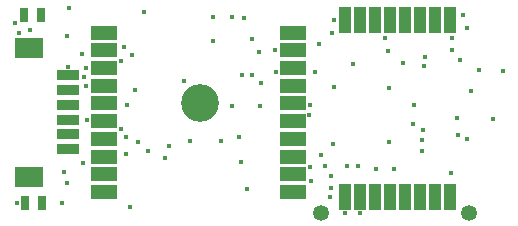
<source format=gts>
G04 ================== begin FILE IDENTIFICATION RECORD ==================*
G04 Layout Name:  transponderRC2_4-10.brd*
G04 Film Name:    Soldermask_top*
G04 File Format:  Gerber RS274X*
G04 File Origin:  Cadence Allegro 17.2-S042*
G04 Origin Date:  Fri Nov 23 21:07:11 2018*
G04 *
G04 Layer:  PACKAGE GEOMETRY/SOLDERMASK_TOP*
G04 Layer:  BOARD GEOMETRY/SOLDERMASK_TOP*
G04 Layer:  PIN/SOLDERMASK_TOP*
G04 Layer:  VIA CLASS/SOLDERMASK_TOP*
G04 *
G04 Offset:    (0.0000 0.0000)*
G04 Mirror:    No*
G04 Mode:      Positive*
G04 Rotation:  0*
G04 FullContactRelief:  No*
G04 UndefLineWidth:     0.1500*
G04 ================== end FILE IDENTIFICATION RECORD ====================*
%FSAX55Y55*MOMM*%
%IR0*IPPOS*OFA0.00000B0.00000*MIA0B0*SFA1.00000B1.00000*%
%ADD10R,.8X1.2*%
%ADD11C,.45*%
%ADD13R,1.95X.85*%
%ADD17R,1.1X2.2*%
%ADD14R,2.2X1.2*%
%ADD15C,3.2*%
%ADD16C,1.35*%
%ADD12R,2.35X1.75*%
%LPD*%
G75*
G54D10*
X0000195000Y0000230000D03*
X0000190000Y0001820000D03*
X0000335000Y0000230000D03*
X0000330000Y0001820000D03*
G54D11*
X0000125000Y0000230000D03*
X0000235000Y0001700000D03*
X0000145000Y0001667500D03*
X0000110000Y0001755000D03*
X0000510000Y0000230000D03*
X0000553980Y0000403980D03*
X0000525000Y0000495000D03*
X0000555000Y0001382500D03*
X0000550000Y0001645000D03*
X0000565000Y0001880000D03*
X0000690000Y0000568440D03*
X0000720000Y0000937500D03*
X0000711770Y0001219810D03*
X0000693950Y0001297810D03*
X0000715000Y0001375000D03*
X0000675000Y0001495000D03*
X0001085000Y0000195000D03*
X0001052500Y0000645000D03*
X0001240000Y0000675000D03*
X0001155000Y0000750000D03*
X0001005000Y0000860000D03*
X0001050000Y0000790000D03*
X0001130000Y0001185000D03*
X0001060000Y0001060000D03*
X0001030000Y0001550000D03*
X0001100000Y0001485000D03*
X0001005000Y0001435000D03*
X0001205000Y0001845000D03*
X0001380000Y0000610000D03*
X0001590000Y0000760000D03*
X0001412500Y0000717500D03*
X0001545000Y0001265000D03*
X0002021020Y0000581020D03*
X0001852500Y0000760000D03*
X0002008060Y0000788060D03*
X0001950000Y0001050000D03*
X0001782500Y0001602500D03*
X0001950000Y0001810000D03*
X0001785000Y0001810000D03*
X0002076020Y0000351020D03*
X0002185000Y0001050000D03*
X0002195000Y0001245000D03*
X0002320000Y0001340000D03*
X0002310000Y0001525000D03*
X0002030000Y0001317500D03*
X0002115000Y0001315000D03*
X0002115000Y0001620000D03*
X0002180000Y0001510000D03*
X0002045000Y0001795000D03*
X0002610000Y0000540000D03*
X0002615000Y0000420000D03*
X0002700000Y0000640000D03*
X0002600000Y0000980000D03*
X0002605700Y0001059800D03*
X0002650220Y0001342230D03*
X0002680000Y0001575000D03*
X0003032000Y0000150000D03*
X0002902500Y0000145000D03*
X0002777890Y0000281570D03*
X0002736090Y0000541090D03*
X0002786470Y0000361110D03*
X0002785680Y0000458710D03*
X0003010000Y0000545000D03*
X0002925000Y0000547500D03*
X0002805000Y0000735000D03*
X0002810000Y0001210000D03*
X0002974230Y0001409490D03*
X0002795000Y0001670000D03*
X0002815000Y0001785000D03*
X0003167500Y0000517500D03*
X0003321340Y0000517500D03*
X0003275000Y0000745000D03*
X0003275000Y0001205000D03*
X0003245000Y0001625000D03*
X0003265000Y0001515000D03*
X0003392500Y0001420000D03*
X0003476410Y0000898590D03*
X0003558630Y0000767780D03*
X0003555000Y0000670000D03*
X0003563530Y0000847640D03*
X0003491500Y0001060000D03*
X0003580000Y0001470000D03*
X0003568850Y0001390780D03*
X0003805000Y0000485000D03*
X0003855000Y0000950000D03*
X0003860000Y0000810000D03*
X0003940000Y0000775000D03*
X0003975000Y0001180000D03*
X0004040000Y0001360000D03*
X0003810000Y0001625000D03*
X0003810000Y0001525000D03*
X0003880000Y0001445000D03*
X0003935000Y0001710000D03*
X0003900000Y0001825000D03*
X0004160000Y0000940000D03*
X0004240000Y0001350000D03*
G54D12*
X0000225000Y0000452500D03*
X0000225000Y0001547500D03*
G54D13*
X0000555000Y0000937500D03*
X0000555000Y0000812500D03*
X0000555000Y0000687500D03*
X0000555000Y0001312500D03*
X0000555000Y0001187500D03*
X0000555000Y0001062500D03*
G54D14*
X0000860000Y0000325000D03*
X0000860000Y0000475000D03*
X0000860000Y0000625000D03*
X0000860000Y0000775000D03*
X0000860000Y0000925000D03*
X0000860000Y0001075000D03*
X0000860000Y0001225000D03*
X0000860000Y0001375000D03*
X0000860000Y0001525000D03*
X0000860000Y0001675000D03*
X0002460000Y0000625000D03*
X0002460000Y0000475000D03*
X0002460000Y0000325000D03*
X0002460000Y0000925000D03*
X0002460000Y0000775000D03*
X0002460000Y0001225000D03*
X0002460000Y0001075000D03*
X0002460000Y0001675000D03*
X0002460000Y0001525000D03*
X0002460000Y0001375000D03*
G54D15*
X0001680000Y0001080000D03*
G54D16*
X0002700000Y0000150000D03*
X0003955000Y0000150000D03*
G54D17*
X0003031000Y0000285000D03*
X0002904000Y0000285000D03*
X0002904000Y0001785000D03*
X0003031000Y0001785000D03*
X0003412000Y0000285000D03*
X0003285000Y0000285000D03*
X0003158000Y0000285000D03*
X0003158000Y0001785000D03*
X0003285000Y0001785000D03*
X0003412000Y0001785000D03*
X0003666000Y0000285000D03*
X0003539000Y0000285000D03*
X0003539000Y0001785000D03*
X0003666000Y0001785000D03*
X0003793000Y0000285000D03*
X0003793000Y0001785000D03*
M02*

</source>
